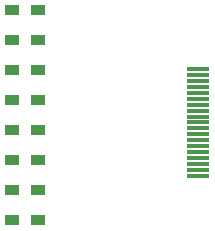
<source format=gtp>
G04 #@! TF.FileFunction,Paste,Top*
%FSLAX46Y46*%
G04 Gerber Fmt 4.6, Leading zero omitted, Abs format (unit mm)*
G04 Created by KiCad (PCBNEW 4.0.2-stable) date 18/11/2016 09:29:09 a.m.*
%MOMM*%
G01*
G04 APERTURE LIST*
%ADD10C,0.100000*%
%ADD11R,1.900000X0.300000*%
%ADD12R,1.200000X0.900000*%
G04 APERTURE END LIST*
D10*
D11*
X97210200Y-95827600D03*
X97210200Y-96327600D03*
X97210200Y-96827600D03*
X97210200Y-97327600D03*
X97210200Y-97827600D03*
X97210200Y-98327600D03*
X97210200Y-98827600D03*
X97210200Y-99327600D03*
X97210200Y-99827600D03*
X97210200Y-100327600D03*
X97210200Y-100827600D03*
X97210200Y-101327600D03*
X97210200Y-101827600D03*
X97210200Y-102327600D03*
X97210200Y-102827600D03*
X97210200Y-103327600D03*
X97210200Y-103827600D03*
X97210200Y-104327600D03*
X97210200Y-104827600D03*
D12*
X81440000Y-108604000D03*
X83640000Y-108604000D03*
X81440000Y-106064000D03*
X83640000Y-106064000D03*
X81440000Y-103524000D03*
X83640000Y-103524000D03*
X81440000Y-100984000D03*
X83640000Y-100984000D03*
X81440000Y-98444000D03*
X83640000Y-98444000D03*
X81440000Y-95904000D03*
X83640000Y-95904000D03*
X81440000Y-93364000D03*
X83640000Y-93364000D03*
X81440000Y-90824000D03*
X83640000Y-90824000D03*
M02*

</source>
